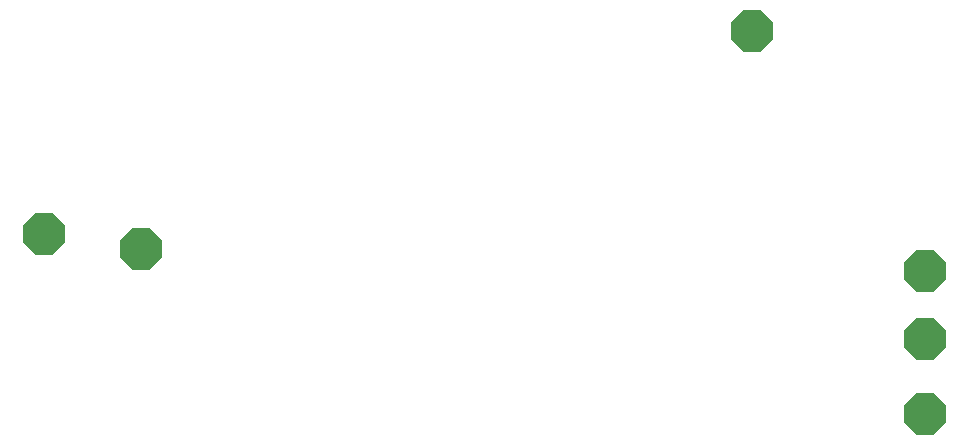
<source format=gbr>
G04 DipTrace 3.3.1.3*
G04 BottomPaste.gbr*
%MOIN*%
G04 #@! TF.FileFunction,Paste,Bot*
G04 #@! TF.Part,Single*
%AMOUTLINE2*
4,1,8,
0.028502,0.06881,
-0.028502,0.06881,
-0.06881,0.028502,
-0.06881,-0.028502,
-0.028502,-0.06881,
0.028502,-0.06881,
0.06881,-0.028502,
0.06881,0.028502,
0.028502,0.06881,
0*%
%AMOUTLINE5*
4,1,8,
-0.06881,0.028502,
-0.06881,-0.028502,
-0.028502,-0.06881,
0.028502,-0.06881,
0.06881,-0.028502,
0.06881,0.028502,
0.028502,0.06881,
-0.028502,0.06881,
-0.06881,0.028502,
0*%
%ADD50OUTLINE2*%
%ADD53OUTLINE5*%
%FSLAX26Y26*%
G04*
G70*
G90*
G75*
G01*
G04 BotPaste*
%LPD*%
D50*
X581201Y1356201D3*
D53*
X3518701Y1006201D3*
Y756201D3*
X2943701Y2031201D3*
X3518701Y1231201D3*
D50*
X906201Y1306201D3*
M02*

</source>
